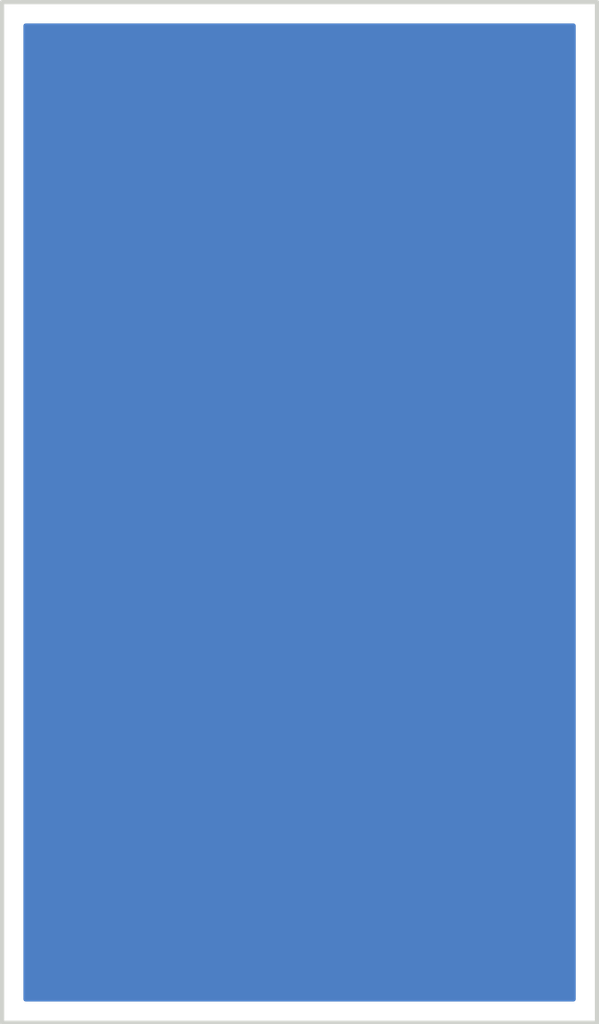
<source format=kicad_pcb>
(kicad_pcb (version 20221018) (generator pcbnew)

  (general
    (thickness 1.6)
  )

  (paper "A4")
  (layers
    (0 "F.Cu" signal)
    (31 "B.Cu" signal)
    (32 "B.Adhes" user "B.Adhesive")
    (33 "F.Adhes" user "F.Adhesive")
    (34 "B.Paste" user)
    (35 "F.Paste" user)
    (36 "B.SilkS" user "B.Silkscreen")
    (37 "F.SilkS" user "F.Silkscreen")
    (38 "B.Mask" user)
    (39 "F.Mask" user)
    (40 "Dwgs.User" user "User.Drawings")
    (41 "Cmts.User" user "User.Comments")
    (42 "Eco1.User" user "User.Eco1")
    (43 "Eco2.User" user "User.Eco2")
    (44 "Edge.Cuts" user)
    (45 "Margin" user)
    (46 "B.CrtYd" user "B.Courtyard")
    (47 "F.CrtYd" user "F.Courtyard")
    (48 "B.Fab" user)
    (49 "F.Fab" user)
    (50 "User.1" user)
    (51 "User.2" user)
    (52 "User.3" user)
    (53 "User.4" user)
    (54 "User.5" user)
    (55 "User.6" user)
    (56 "User.7" user)
    (57 "User.8" user)
    (58 "User.9" user)
  )

  (setup
    (pad_to_mask_clearance 0)
    (aux_axis_origin 140 110)
    (pcbplotparams
      (layerselection 0x0001000_7fffffff)
      (plot_on_all_layers_selection 0x0000000_00000000)
      (disableapertmacros false)
      (usegerberextensions false)
      (usegerberattributes false)
      (usegerberadvancedattributes false)
      (creategerberjobfile false)
      (dashed_line_dash_ratio 12.000000)
      (dashed_line_gap_ratio 3.000000)
      (svgprecision 6)
      (plotframeref false)
      (viasonmask false)
      (mode 1)
      (useauxorigin false)
      (hpglpennumber 1)
      (hpglpenspeed 20)
      (hpglpendiameter 15.000000)
      (dxfpolygonmode true)
      (dxfimperialunits true)
      (dxfusepcbnewfont true)
      (psnegative false)
      (psa4output false)
      (plotreference false)
      (plotvalue false)
      (plotinvisibletext false)
      (sketchpadsonfab false)
      (subtractmaskfromsilk false)
      (outputformat 1)
      (mirror false)
      (drillshape 0)
      (scaleselection 1)
      (outputdirectory "")
    )
  )

  (net 0 "")

  (gr_rect (start 140 86) (end 154 110)
    (stroke (width 0.1) (type solid)) (fill none) (layer "Edge.Cuts") (tstamp 1c936e7d-5d5d-416f-ac67-e766faf97c0f))

  (segment (start 150.15 96.95) (end 149.675 96.95) (width 0.16) (layer "F.Cu") (net 0) (tstamp 0b0b4ef1-d8ec-402e-86e0-cfdc2026ca94))
  (segment (start 143.075 107.65) (end 143.075 107.4) (width 0.1) (layer "F.Cu") (net 0) (tstamp 154789d2-b0f6-4eb9-86e2-2024da4e5bd5))
  (segment (start 149.625 94.2) (end 150.786284 94.2) (width 0.16) (layer "F.Cu") (net 0) (tstamp 264249ad-48de-4527-b4c7-a58e6086f1c1))
  (segment (start 149.061328 92.111328) (end 149.561328 92.111328) (width 0.16) (layer "F.Cu") (net 0) (tstamp 2ba56e9c-c539-4d5c-b7be-5ebc6a84f945))
  (segment (start 143.51 106.525) (end 143.075 106.96) (width 0.16) (layer "F.Cu") (net 0) (tstamp 30ef559f-fc37-400a-b9df-c7e4c4ff96cf))
  (segment (start 149.861328 88.210008) (end 149.861328 90.611328) (width 0.16) (layer "F.Cu") (net 0) (tstamp 42d5142e-f54c-44e4-9692-88abff928cab))
  (segment (start 150.661328 91.511328) (end 149.061328 91.511328) (width 0.16) (layer "F.Cu") (net 0) (tstamp 449c697b-7af2-4615-851e-cf70cb42d118))
  (segment (start 142.375 108.35) (end 143.075 107.65) (width 0.1) (layer "F.Cu") (net 0) (tstamp 48502cdd-c314-4fc0-aefc-e0ca24d5b0ee))
  (segment (start 149.861328 92.813672) (end 149.4 93.275) (width 0.16) (layer "F.Cu") (net 0) (tstamp 4a940e16-db7b-45c1-8dc0-a869451fe71f))
  (segment (start 149.65 97.975) (end 150.01224 97.975) (width 0.16) (layer "F.Cu") (net 0) (tstamp 52e2cca0-ee98-4266-a86f-f7ebbf0c908a))
  (segment (start 149.4 93.275) (end 149.4 93.975) (width 0.16) (layer "F.Cu") (net 0) (tstamp 6275b835-d8c8-4619-8aa9-55066ba3ac37))
  (segment (start 149.525 94.875) (end 149.525 96.125) (width 0.16) (layer "F.Cu") (net 0) (tstamp 6765ce56-54c6-44ec-b829-136446d96396))
  (segment (start 150.161328 90.911328) (end 150.661328 90.911328) (width 0.16) (layer "F.Cu") (net 0) (tstamp 70399a03-5f02-46e0-b7a4-b8c00ec88585))
  (segment (start 149.861328 92.411328) (end 149.861328 92.813672) (width 0.16) (layer "F.Cu") (net 0) (tstamp 72e18fdd-dd87-41f5-a74e-2a313f6417b9))
  (segment (start 149.4 97.225) (end 149.4 97.725) (width 0.16) (layer "F.Cu") (net 0) (tstamp 75c99a27-f69c-40d9-9b1d-08411e93ca23))
  (segment (start 150.786284 94.65) (end 149.75 94.65) (width 0.16) (layer "F.Cu") (net 0) (tstamp 84f1fd91-ab5a-440c-803e-12a7ea239a60))
  (segment (start 146.675 106.525) (end 143.51 106.525) (width 0.16) (layer "F.Cu") (net 0) (tstamp 8dd93809-e03d-466e-9478-1b02602fd750))
  (segment (start 141.695 108.35) (end 142.375 108.35) (width 0.1) (layer "F.Cu") (net 0) (tstamp 95e69b6e-f401-478d-813e-d56a62eeed5a))
  (segment (start 143.075 106.96) (end 143.075 107.4) (width 0.16) (layer "F.Cu") (net 0) (tstamp 97084a75-875f-4977-951b-34126be52f26))
  (segment (start 149.13776 98.475) (end 150.01224 98.475) (width 0.16) (layer "F.Cu") (net 0) (tstamp a1a1a25c-7929-447a-8cff-cdb4630d3ade))
  (segment (start 149.8 96.4) (end 150.15 96.4) (width 0.16) (layer "F.Cu") (net 0) (tstamp b8a490f4-148f-4c07-8a45-5a2d582879da))
  (segment (start 149.13776 99.475) (end 150.01224 99.475) (width 0.16) (layer "F.Cu") (net 0) (tstamp ba506906-2828-4333-8b93-6f6d2a91dfc5))
  (segment (start 149.4 103.8) (end 146.675 106.525) (width 0.16) (layer "F.Cu") (net 0) (tstamp cc9fb2ef-5508-42f9-963b-23327af82e89))
  (segment (start 149.13776 99.975) (end 149.15 99.975) (width 0.16) (layer "F.Cu") (net 0) (tstamp d6f47284-ded8-413c-9f52-d0ab11f25195))
  (segment (start 149.13776 98.975) (end 150.01224 98.975) (width 0.16) (layer "F.Cu") (net 0) (tstamp dcadcccd-debf-49ce-886b-79bfe940964a))
  (segment (start 149.4 100.225) (end 149.4 103.8) (width 0.16) (layer "F.Cu") (net 0) (tstamp e17527b1-d0df-4a15-8402-147a7309680c))
  (arc (start 150.26224 98.225) (mid 150.189017 98.401777) (end 150.01224 98.475) (width 0.16) (layer "F.Cu") (net 0) (tstamp 02b406b9-dca3-47b3-9a5a-ba50fea9ab99))
  (arc (start 149.861328 90.611328) (mid 149.949196 90.82346) (end 150.161328 90.911328) (width 0.16) (layer "F.Cu") (net 0) (tstamp 061ae2e0-3479-49a6-9c9c-1aac1f1e4ca1))
  (arc (start 148.88776 98.725) (mid 148.960983 98.901777) (end 149.13776 98.975) (width 0.16) (layer "F.Cu") (net 0) (tstamp 0bdc6981-62a9-4adc-87d7-2416e5a695ed))
  (arc (start 149.4 93.975) (mid 149.465901 94.134099) (end 149.625 94.2) (width 0.16) (layer "F.Cu") (net 0) (tstamp 0cc035ed-4b76-41b1-8af0-13dd5fb79bf3))
  (arc (start 149.15 99.975) (mid 149.326777 100.048223) (end 149.4 100.225) (width 0.16) (layer "F.Cu") (net 0) (tstamp 2062d041-bd0e-4173-a129-41611129bbc9))
  (arc (start 148.761328 91.811328) (mid 148.849196 92.02346) (end 149.061328 92.111328) (width 0.16) (layer "F.Cu") (net 0) (tstamp 24dc54e4-b6a7-429e-b994-51aea59a3a44))
  (arc (start 150.26224 99.225) (mid 150.189017 99.401777) (end 150.01224 99.475) (width 0.16) (layer "F.Cu") (net 0) (tstamp 4443eaa5-03fb-44d8-8067-493eeb3a1d74))
  (arc (start 149.4 97.725) (mid 149.473223 97.901777) (end 149.65 97.975) (width 0.16) (layer "F.Cu") (net 0) (tstamp 52949183-74f2-4188-8d97-9f6e472322c2))
  (arc (start 149.13776 98.475) (mid 148.960983 98.548223) (end 148.88776 98.725) (width 0.16) (layer "F.Cu") (net 0) (tstamp 54e4b03e-e3e0-46ab-8963-224d35fdf7ad))
  (arc (start 149.75 94.65) (mid 149.590901 94.715901) (end 149.525 94.875) (width 0.16) (layer "F.Cu") (net 0) (tstamp 65a8dbf8-1ab8-4873-adf0-41a11a99742c))
  (arc (start 151.011284 94.425) (mid 150.945383 94.584099) (end 150.786284 94.65) (width 0.16) (layer "F.Cu") (net 0) (tstamp 85ccb2cd-f3a5-4ca7-8b3e-00a1c62723b7))
  (arc (start 150.15 96.4) (mid 150.344454 96.480546) (end 150.425 96.675) (width 0.16) (layer "F.Cu") (net 0) (tstamp 95448de5-19f9-4407-968f-23fe8d7e8d80))
  (arc (start 150.661328 90.911328) (mid 150.87346 90.999196) (end 150.961328 91.211328) (width 0.16) (layer "F.Cu") (net 0) (tstamp a4e03c8b-e918-4a6a-b6ea-afe67a1e7a9e))
  (arc (start 150.961328 91.211328) (mid 150.87346 91.42346) (end 150.661328 91.511328) (width 0.16) (layer "F.Cu") (net 0) (tstamp a6404759-b692-4053-a105-0ab8bfaf76e6))
  (arc (start 148.88776 99.725) (mid 148.960983 99.901777) (end 149.13776 99.975) (width 0.16) (layer "F.Cu") (net 0) (tstamp abf02a4d-f228-4bf6-9316-0a8c9226b1ab))
  (arc (start 149.13776 99.475) (mid 148.960983 99.548223) (end 148.88776 99.725) (width 0.16) (layer "F.Cu") (net 0) (tstamp ba81478a-ce2b-4d26-8dcd-98c2c05d851f))
  (arc (start 149.675 96.95) (mid 149.480546 97.030546) (end 149.4 97.225) (width 0.16) (layer "F.Cu") (net 0) (tstamp bb34d051-566e-42b3-a6c3-780a9523097d))
  (arc (start 149.525 96.125) (mid 149.605546 96.319454) (end 149.8 96.4) (width 0.16) (layer "F.Cu") (net 0) (tstamp be93ba69-7c1a-4dcc-a7e0-68d0217cc5df))
  (arc (start 149.561328 92.111328) (mid 149.77346 92.199196) (end 149.861328 92.411328) (width 0.16) (layer "F.Cu") (net 0) (tstamp c1897912-2634-4e91-8ad0-fbabd6572cc4))
  (arc (start 150.01224 97.975) (mid 150.189017 98.048223) (end 150.26224 98.225) (width 0.16) (layer "F.Cu") (net 0) (tstamp c3e4b4f3-8a15-4641-8d96-2b8e3bc481e9))
  (arc (start 149.061328 91.511328) (mid 148.849196 91.599196) (end 148.761328 91.811328) (width 0.16) (layer "F.Cu") (net 0) (tstamp cabbd934-2757-4ad7-86b8-7435d609aff4))
  (arc (start 150.425 96.675) (mid 150.344454 96.869454) (end 150.15 96.95) (width 0.16) (layer "F.Cu") (net 0) (tstamp cccc979e-6987-4e85-ad1a-a675e1967a65))
  (arc (start 150.01224 98.975) (mid 150.189017 99.048223) (end 150.26224 99.225) (width 0.16) (layer "F.Cu") (net 0) (tstamp d8c89cf7-ae57-45c7-b881-3f72bb311ee4))
  (arc (start 150.786284 94.2) (mid 150.945383 94.265901) (end 151.011284 94.425) (width 0.16) (layer "F.Cu") (net 0) (tstamp ed6a0429-97e5-48a8-b91d-92977a0b1a2f))

  (zone (net 0) (net_name "") (layer "B.Cu") (tstamp 803849ae-50c5-4d19-aef0-52acf8ebb3a3) (hatch edge 0.508)
    (connect_pads (clearance 0.1))
    (min_thickness 0.1) (filled_areas_thickness no)
    (fill yes (thermal_gap 0.508) (thermal_bridge_width 0.508))
    (polygon
      (pts
        (xy 154 110)
        (xy 140 110)
        (xy 140 86)
        (xy 154 86)
      )
    )
    (filled_polygon
      (layer "B.Cu")
      (island)
      (pts
        (xy 153.485148 86.514852)
        (xy 153.4995 86.5495)
        (xy 153.4995 109.4505)
        (xy 153.485148 109.485148)
        (xy 153.4505 109.4995)
        (xy 140.5495 109.4995)
        (xy 140.514852 109.485148)
        (xy 140.5005 109.4505)
        (xy 140.5005 86.5495)
        (xy 140.514852 86.514852)
        (xy 140.5495 86.5005)
        (xy 153.4505 86.5005)
      )
    )
  )
)

</source>
